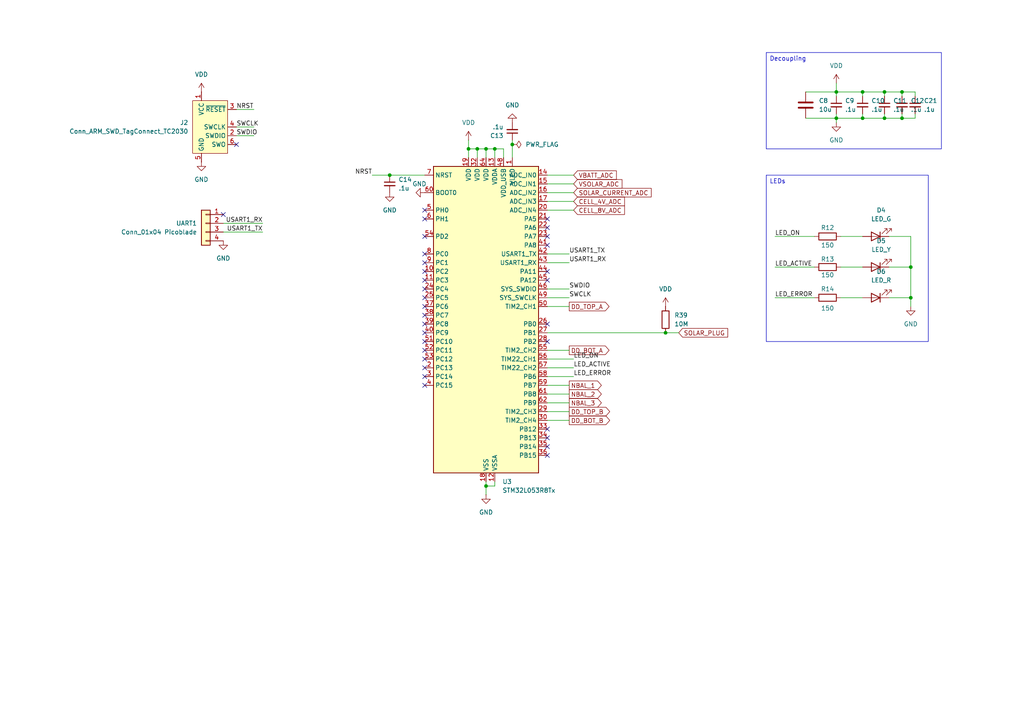
<source format=kicad_sch>
(kicad_sch (version 20231120) (generator "eeschema") (generator_version "8.0")
  (paper "A4")
  (lib_symbols
    (symbol "Connector:Conn_ARM_SWD_TagConnect_TC2030" (in_bom no)
      (property "Reference" "J" (at 2.54 11.43 0))
      (property "Value" "Conn_ARM_SWD_TagConnect_TC2030" (at 5.08 8.89 0))
      (symbol "Conn_ARM_SWD_TagConnect_TC2030_0_0"
        (pin power_in line (at -2.54 10.16 270) (length 2.54) (name "VCC") (number "1"))
        (pin bidirectional line (at 7.62 -2.54 180) (length 2.54) (name "SWDIO") (number "2"))
        (pin open_collector line (at 7.62 5.08 180) (length 2.54) (name "~{RESET}") (number "3"))
        (pin output line (at 7.62 0 180) (length 2.54) (name "SWCLK") (number "4"))
        (pin power_in line (at -2.54 -10.16 90) (length 2.54) (name "GND") (number "5"))
        (pin input line (at 7.62 -5.08 180) (length 2.54) (name "SWO") (number "6"))
      )
      (symbol "Conn_ARM_SWD_TagConnect_TC2030_0_1"
        (rectangle (start -5.08 7.62) (end 5.08 -7.62) (fill (type background)))
      )
    )
    (symbol "Connector_Generic:Conn_01x04" (pin_names (offset 1.016) hide)
      (property "Reference" "J" (at 0 5.08 0))
      (property "Value" "Conn_01x04" (at 0 -7.62 0))
      (symbol "Conn_01x04_1_1"
        (rectangle (start -1.27 -4.953) (end 0 -5.207) (stroke (width 0.1524)))
        (rectangle (start -1.27 -2.413) (end 0 -2.667) (stroke (width 0.1524)))
        (rectangle (start -1.27 0.127) (end 0 -0.127) (stroke (width 0.1524)))
        (rectangle (start -1.27 2.667) (end 0 2.413) (stroke (width 0.1524)))
        (rectangle (start -1.27 3.81) (end 1.27 -6.35) (stroke (width 0.254)) (fill (type background)))
        (pin passive line (at -5.08 2.54 0) (length 3.81) (name "Pin_1") (number "1"))
        (pin passive line (at -5.08 0 0) (length 3.81) (name "Pin_2") (number "2"))
        (pin passive line (at -5.08 -2.54 0) (length 3.81) (name "Pin_3") (number "3"))
        (pin passive line (at -5.08 -5.08 0) (length 3.81) (name "Pin_4") (number "4"))
      )
    )
    (symbol "Device:C" (pin_numbers hide) (pin_names (offset 0.254))
      (property "Reference" "C" (at 0.635 2.54 0))
      (property "Value" "C" (at 0.635 -2.54 0))
      (symbol "C_0_1"
        (polyline (pts (xy -2.032 -0.762) (xy 2.032 -0.762)) (stroke (width 0.508)))
        (polyline (pts (xy -2.032 0.762) (xy 2.032 0.762)) (stroke (width 0.508)))
      )
      (symbol "C_1_1"
        (pin passive line (at 0 3.81 270) (length 2.794) (name "~") (number "1"))
        (pin passive line (at 0 -3.81 90) (length 2.794) (name "~") (number "2"))
      )
    )
    (symbol "Device:C_Small" (pin_numbers hide) (pin_names (offset 0.254) hide)
      (property "Reference" "C" (at 0.254 1.778 0))
      (property "Value" "C_Small" (at 0.254 -2.032 0))
      (symbol "C_Small_0_1"
        (polyline (pts (xy -1.524 -0.508) (xy 1.524 -0.508)) (stroke (width 0.3302)))
        (polyline (pts (xy -1.524 0.508) (xy 1.524 0.508)) (stroke (width 0.3048)))
      )
      (symbol "C_Small_1_1"
        (pin passive line (at 0 2.54 270) (length 2.032) (name "~") (number "1"))
        (pin passive line (at 0 -2.54 90) (length 2.032) (name "~") (number "2"))
      )
    )
    (symbol "Device:LED" (pin_numbers hide) (pin_names (offset 1.016) hide)
      (property "Reference" "D" (at 0 2.54 0))
      (property "Value" "LED" (at 0 -2.54 0))
      (symbol "LED_0_1"
        (polyline (pts (xy -1.27 -1.27) (xy -1.27 1.27)) (stroke (width 0.254)))
        (polyline (pts (xy -1.27 0) (xy 1.27 0)))
        (polyline (pts (xy 1.27 -1.27) (xy 1.27 1.27) (xy -1.27 0) (xy 1.27 -1.27)) (stroke (width 0.254)))
        (polyline (pts (xy -3.048 -0.762) (xy -4.572 -2.286) (xy -3.81 -2.286) (xy -4.572 -2.286) (xy -4.572 -1.524)))
        (polyline (pts (xy -1.778 -0.762) (xy -3.302 -2.286) (xy -2.54 -2.286) (xy -3.302 -2.286) (xy -3.302 -1.524)))
      )
      (symbol "LED_1_1"
        (pin passive line (at -3.81 0 0) (length 2.54) (name "K") (number "1"))
        (pin passive line (at 3.81 0 180) (length 2.54) (name "A") (number "2"))
      )
    )
    (symbol "Device:R" (pin_numbers hide) (pin_names (offset 0))
      (property "Reference" "R" (at 2.032 0 90))
      (property "Value" "R" (at 0 0 90))
      (symbol "R_0_1"
        (rectangle (start -1.016 -2.54) (end 1.016 2.54) (stroke (width 0.254)))
      )
      (symbol "R_1_1"
        (pin passive line (at 0 3.81 270) (length 1.27) (name "~") (number "1"))
        (pin passive line (at 0 -3.81 90) (length 1.27) (name "~") (number "2"))
      )
    )
    (symbol "MCU_ST_STM32L0:STM32L053R8Tx"
      (property "Reference" "U" (at -15.24 46.99 0))
      (property "Value" "STM32L053R8Tx" (at 10.16 46.99 0))
      (symbol "STM32L053R8Tx_0_1"
        (rectangle (start -15.24 -43.18) (end 15.24 45.72) (stroke (width 0.254)) (fill (type background)))
      )
      (symbol "STM32L053R8Tx_1_1"
        (pin power_in line (at 7.62 48.26 270) (length 2.54) (name "VLCD") (number "1"))
        (pin bidirectional line (at -17.78 15.24 0) (length 2.54) (name "PC2") (number "10"))
        (pin bidirectional line (at -17.78 12.7 0) (length 2.54) (name "PC3") (number "11"))
        (pin power_in line (at 2.54 -45.72 90) (length 2.54) (name "VSSA") (number "12"))
        (pin power_in line (at 2.54 48.26 270) (length 2.54) (name "VDDA") (number "13"))
        (pin bidirectional line (at 17.78 43.18 180) (length 2.54) (name "PA0") (number "14") (alternate "ADC_IN0" bidirectional line) (alternate "TIM2_CH1" bidirectional line))
        (pin bidirectional line (at 17.78 40.64 180) (length 2.54) (name "PA1") (number "15") (alternate "ADC_IN1" bidirectional line) (alternate "TIM2_CH2" bidirectional line))
        (pin bidirectional line (at 17.78 38.1 180) (length 2.54) (name "PA2") (number "16") (alternate "ADC_IN2" bidirectional line) (alternate "TIM2_CH3" bidirectional line))
        (pin bidirectional line (at 17.78 35.56 180) (length 2.54) (name "PA3") (number "17") (alternate "ADC_IN3" bidirectional line) (alternate "TIM2_CH4" bidirectional line))
        (pin power_in line (at 0 -45.72 90) (length 2.54) (name "VSS") (number "18"))
        (pin power_in line (at -5.08 48.26 270) (length 2.54) (name "VDD") (number "19"))
        (pin bidirectional line (at -17.78 -12.7 0) (length 2.54) (name "PC13") (number "2"))
        (pin bidirectional line (at 17.78 33.02 180) (length 2.54) (name "PA4") (number "20") (alternate "ADC_IN4" bidirectional line))
        (pin bidirectional line (at 17.78 30.48 180) (length 2.54) (name "PA5") (number "21") (alternate "TIM2_CH1" bidirectional line))
        (pin bidirectional line (at 17.78 27.94 180) (length 2.54) (name "PA6") (number "22") (alternate "TIM22_CH1" bidirectional line))
        (pin bidirectional line (at 17.78 25.4 180) (length 2.54) (name "PA7") (number "23") (alternate "TIM22_CH2" bidirectional line))
        (pin bidirectional line (at -17.78 10.16 0) (length 2.54) (name "PC4") (number "24"))
        (pin bidirectional line (at -17.78 7.62 0) (length 2.54) (name "PC5") (number "25"))
        (pin bidirectional line (at 17.78 0 180) (length 2.54) (name "PB0") (number "26"))
        (pin bidirectional line (at 17.78 -2.54 180) (length 2.54) (name "PB1") (number "27"))
        (pin bidirectional line (at 17.78 -5.08 180) (length 2.54) (name "PB2") (number "28"))
        (pin bidirectional line (at 17.78 -25.4 180) (length 2.54) (name "PB10") (number "29") (alternate "TIM2_CH3" bidirectional line))
        (pin bidirectional line (at -17.78 -15.24 0) (length 2.54) (name "PC14") (number "3"))
        (pin bidirectional line (at 17.78 -27.94 180) (length 2.54) (name "PB11") (number "30") (alternate "TIM2_CH4" bidirectional line))
        (pin passive line (at 0 -45.72 90) (length 2.54) hide (name "VSS") (number "31"))
        (pin power_in line (at -2.54 48.26 270) (length 2.54) (name "VDD") (number "32"))
        (pin bidirectional line (at 17.78 -30.48 180) (length 2.54) (name "PB12") (number "33"))
        (pin bidirectional line (at 17.78 -33.02 180) (length 2.54) (name "PB13") (number "34"))
        (pin bidirectional line (at 17.78 -35.56 180) (length 2.54) (name "PB14") (number "35"))
        (pin bidirectional line (at 17.78 -38.1 180) (length 2.54) (name "PB15") (number "36"))
        (pin bidirectional line (at -17.78 5.08 0) (length 2.54) (name "PC6") (number "37") (alternate "TIM22_CH1" bidirectional line))
        (pin bidirectional line (at -17.78 2.54 0) (length 2.54) (name "PC7") (number "38") (alternate "TIM22_CH2" bidirectional line))
        (pin bidirectional line (at -17.78 0 0) (length 2.54) (name "PC8") (number "39"))
        (pin bidirectional line (at -17.78 -17.78 0) (length 2.54) (name "PC15") (number "4"))
        (pin bidirectional line (at -17.78 -2.54 0) (length 2.54) (name "PC9") (number "40"))
        (pin bidirectional line (at 17.78 22.86 180) (length 2.54) (name "PA8") (number "41"))
        (pin bidirectional line (at 17.78 20.32 180) (length 2.54) (name "PA9") (number "42") (alternate "USART1_TX" bidirectional line))
        (pin bidirectional line (at 17.78 17.78 180) (length 2.54) (name "PA10") (number "43") (alternate "USART1_RX" bidirectional line))
        (pin bidirectional line (at 17.78 15.24 180) (length 2.54) (name "PA11") (number "44"))
        (pin bidirectional line (at 17.78 12.7 180) (length 2.54) (name "PA12") (number "45"))
        (pin bidirectional line (at 17.78 10.16 180) (length 2.54) (name "PA13") (number "46") (alternate "SYS_SWDIO" bidirectional line))
        (pin passive line (at 0 -45.72 90) (length 2.54) hide (name "VSS") (number "47"))
        (pin power_in line (at 5.08 48.26 270) (length 2.54) (name "VDD_USB") (number "48"))
        (pin bidirectional line (at 17.78 7.62 180) (length 2.54) (name "PA14") (number "49") (alternate "SYS_SWCLK" bidirectional line))
        (pin bidirectional line (at -17.78 33.02 0) (length 2.54) (name "PH0") (number "5"))
        (pin bidirectional line (at 17.78 5.08 180) (length 2.54) (name "PA15") (number "50") (alternate "TIM2_CH1" bidirectional line))
        (pin bidirectional line (at -17.78 -5.08 0) (length 2.54) (name "PC10") (number "51"))
        (pin bidirectional line (at -17.78 -7.62 0) (length 2.54) (name "PC11") (number "52"))
        (pin bidirectional line (at -17.78 -10.16 0) (length 2.54) (name "PC12") (number "53"))
        (pin bidirectional line (at -17.78 25.4 0) (length 2.54) (name "PD2") (number "54"))
        (pin bidirectional line (at 17.78 -7.62 180) (length 2.54) (name "PB3") (number "55") (alternate "TIM2_CH2" bidirectional line))
        (pin bidirectional line (at 17.78 -10.16 180) (length 2.54) (name "PB4") (number "56") (alternate "TIM22_CH1" bidirectional line))
        (pin bidirectional line (at 17.78 -12.7 180) (length 2.54) (name "PB5") (number "57") (alternate "TIM22_CH2" bidirectional line))
        (pin bidirectional line (at 17.78 -15.24 180) (length 2.54) (name "PB6") (number "58") (alternate "USART1_TX" bidirectional line))
        (pin bidirectional line (at 17.78 -17.78 180) (length 2.54) (name "PB7") (number "59") (alternate "USART1_RX" bidirectional line))
        (pin bidirectional line (at -17.78 30.48 0) (length 2.54) (name "PH1") (number "6"))
        (pin input line (at -17.78 38.1 0) (length 2.54) (name "BOOT0") (number "60"))
        (pin bidirectional line (at 17.78 -20.32 180) (length 2.54) (name "PB8") (number "61"))
        (pin bidirectional line (at 17.78 -22.86 180) (length 2.54) (name "PB9") (number "62"))
        (pin passive line (at 0 -45.72 90) (length 2.54) hide (name "VSS") (number "63"))
        (pin power_in line (at 0 48.26 270) (length 2.54) (name "VDD") (number "64"))
        (pin input line (at -17.78 43.18 0) (length 2.54) (name "NRST") (number "7"))
        (pin bidirectional line (at -17.78 20.32 0) (length 2.54) (name "PC0") (number "8"))
        (pin bidirectional line (at -17.78 17.78 0) (length 2.54) (name "PC1") (number "9"))
      )
    )
    (symbol "power:GND" (power) (pin_numbers hide) (pin_names (offset 0) hide)
      (property "Value" "GND" (at 0 -3.81 0))
      (symbol "GND_0_1"
        (polyline (pts (xy 0 0) (xy 0 -1.27) (xy 1.27 -1.27) (xy 0 -2.54) (xy -1.27 -1.27) (xy 0 -1.27)))
      )
      (symbol "GND_1_1"
        (pin power_in line (at 0 0 270) (length 0) (name "~") (number "1"))
      )
    )
    (symbol "power:PWR_FLAG" (power) (pin_numbers hide) (pin_names (offset 0) hide)
      (property "Value" "PWR_FLAG" (at 0 3.81 0))
      (symbol "PWR_FLAG_0_0"
        (pin power_out line (at 0 0 90) (length 0) (name "~") (number "1"))
      )
      (symbol "PWR_FLAG_0_1"
        (polyline (pts (xy 0 0) (xy 0 1.27) (xy -1.016 1.905) (xy 0 2.54) (xy 1.016 1.905) (xy 0 1.27)))
      )
    )
    (symbol "power:VDD" (power) (pin_numbers hide) (pin_names (offset 0) hide)
      (property "Value" "VDD" (at 0 3.556 0))
      (symbol "VDD_0_1"
        (polyline (pts (xy -0.762 1.27) (xy 0 2.54)))
        (polyline (pts (xy 0 0) (xy 0 2.54)))
        (polyline (pts (xy 0 2.54) (xy 0.762 1.27)))
      )
      (symbol "VDD_1_1"
        (pin power_in line (at 0 0 90) (length 0) (name "~") (number "1"))
      )
    )
  )
  (junction (at 140.97 43.18))
  (junction (at 250.19 34.29))
  (junction (at 242.57 34.29))
  (junction (at 113.03 50.8))
  (junction (at 143.51 43.18))
  (junction (at 261.62 26.67))
  (junction (at 138.43 43.18))
  (junction (at 256.54 26.67))
  (junction (at 256.54 34.29))
  (junction (at 261.62 34.29))
  (junction (at 135.89 43.18))
  (junction (at 242.57 26.67))
  (junction (at 264.16 86.36))
  (junction (at 140.97 140.97))
  (junction (at 264.16 77.47))
  (junction (at 250.19 26.67))
  (junction (at 193.04 96.52))
  (junction (at 148.59 41.91))
  (no_connect (at 123.19 99.06))
  (no_connect (at 123.19 88.9))
  (no_connect (at 158.75 132.08))
  (no_connect (at 158.75 63.5))
  (no_connect (at 64.77 62.23))
  (no_connect (at 158.75 78.74))
  (no_connect (at 68.58 41.91))
  (no_connect (at 158.75 99.06))
  (no_connect (at 158.75 81.28))
  (no_connect (at 123.19 96.52))
  (no_connect (at 123.19 91.44))
  (no_connect (at 158.75 71.12))
  (no_connect (at 158.75 68.58))
  (no_connect (at 123.19 73.66))
  (no_connect (at 123.19 93.98))
  (no_connect (at 123.19 76.2))
  (no_connect (at 123.19 81.28))
  (no_connect (at 123.19 106.68))
  (no_connect (at 123.19 111.76))
  (no_connect (at 123.19 101.6))
  (no_connect (at 123.19 83.82))
  (no_connect (at 123.19 68.58))
  (no_connect (at 158.75 127))
  (no_connect (at 158.75 124.46))
  (no_connect (at 123.19 86.36))
  (no_connect (at 158.75 93.98))
  (no_connect (at 123.19 104.14))
  (no_connect (at 123.19 63.5))
  (no_connect (at 123.19 78.74))
  (no_connect (at 158.75 129.54))
  (no_connect (at 158.75 66.04))
  (no_connect (at 123.19 60.96))
  (no_connect (at 123.19 109.22))
  (wire (pts (xy 146.05 45.72) (xy 146.05 43.18)))
  (wire (pts (xy 224.79 68.58) (xy 236.22 68.58)))
  (wire (pts (xy 146.05 43.18) (xy 143.51 43.18)))
  (wire (pts (xy 261.62 26.67) (xy 261.62 27.94)))
  (wire (pts (xy 242.57 26.67) (xy 242.57 27.94)))
  (wire (pts (xy 158.75 96.52) (xy 193.04 96.52)))
  (wire (pts (xy 165.1 121.92) (xy 158.75 121.92)))
  (wire (pts (xy 242.57 34.29) (xy 250.19 34.29)))
  (wire (pts (xy 242.57 34.29) (xy 233.68 34.29)))
  (wire (pts (xy 143.51 140.97) (xy 140.97 140.97)))
  (wire (pts (xy 256.54 34.29) (xy 250.19 34.29)))
  (wire (pts (xy 148.59 40.64) (xy 148.59 41.91)))
  (wire (pts (xy 138.43 43.18) (xy 135.89 43.18)))
  (wire (pts (xy 224.79 77.47) (xy 236.22 77.47)))
  (wire (pts (xy 264.16 88.9) (xy 264.16 86.36)))
  (wire (pts (xy 158.75 111.76) (xy 165.1 111.76)))
  (wire (pts (xy 264.16 77.47) (xy 264.16 68.58)))
  (wire (pts (xy 140.97 140.97) (xy 140.97 139.7)))
  (wire (pts (xy 256.54 34.29) (xy 261.62 34.29)))
  (wire (pts (xy 250.19 26.67) (xy 250.19 27.94)))
  (wire (pts (xy 256.54 26.67) (xy 256.54 27.94)))
  (wire (pts (xy 242.57 26.67) (xy 250.19 26.67)))
  (wire (pts (xy 140.97 143.51) (xy 140.97 140.97)))
  (wire (pts (xy 265.43 26.67) (xy 261.62 26.67)))
  (wire (pts (xy 256.54 33.02) (xy 256.54 34.29)))
  (wire (pts (xy 68.58 39.37) (xy 73.66 39.37)))
  (wire (pts (xy 224.79 86.36) (xy 236.22 86.36)))
  (wire (pts (xy 113.03 50.8) (xy 123.19 50.8)))
  (wire (pts (xy 76.2 64.77) (xy 64.77 64.77)))
  (wire (pts (xy 165.1 76.2) (xy 158.75 76.2)))
  (wire (pts (xy 264.16 86.36) (xy 264.16 77.47)))
  (wire (pts (xy 143.51 45.72) (xy 143.51 43.18)))
  (wire (pts (xy 166.37 50.8) (xy 158.75 50.8)))
  (wire (pts (xy 265.43 27.94) (xy 265.43 26.67)))
  (wire (pts (xy 165.1 88.9) (xy 158.75 88.9)))
  (wire (pts (xy 165.1 83.82) (xy 158.75 83.82)))
  (wire (pts (xy 261.62 34.29) (xy 261.62 33.02)))
  (wire (pts (xy 135.89 40.64) (xy 135.89 43.18)))
  (wire (pts (xy 166.37 55.88) (xy 158.75 55.88)))
  (wire (pts (xy 243.84 86.36) (xy 250.19 86.36)))
  (wire (pts (xy 148.59 41.91) (xy 148.59 45.72)))
  (wire (pts (xy 165.1 101.6) (xy 158.75 101.6)))
  (wire (pts (xy 135.89 43.18) (xy 135.89 45.72)))
  (wire (pts (xy 166.37 53.34) (xy 158.75 53.34)))
  (wire (pts (xy 165.1 73.66) (xy 158.75 73.66)))
  (wire (pts (xy 166.37 58.42) (xy 158.75 58.42)))
  (wire (pts (xy 68.58 36.83) (xy 73.66 36.83)))
  (wire (pts (xy 166.37 60.96) (xy 158.75 60.96)))
  (wire (pts (xy 242.57 33.02) (xy 242.57 34.29)))
  (wire (pts (xy 166.37 104.14) (xy 158.75 104.14)))
  (wire (pts (xy 140.97 45.72) (xy 140.97 43.18)))
  (wire (pts (xy 68.58 31.75) (xy 73.66 31.75)))
  (wire (pts (xy 243.84 68.58) (xy 250.19 68.58)))
  (wire (pts (xy 143.51 43.18) (xy 140.97 43.18)))
  (wire (pts (xy 242.57 24.13) (xy 242.57 26.67)))
  (wire (pts (xy 243.84 77.47) (xy 250.19 77.47)))
  (wire (pts (xy 165.1 119.38) (xy 158.75 119.38)))
  (wire (pts (xy 143.51 139.7) (xy 143.51 140.97)))
  (wire (pts (xy 242.57 35.56) (xy 242.57 34.29)))
  (wire (pts (xy 261.62 34.29) (xy 265.43 34.29)))
  (wire (pts (xy 158.75 116.84) (xy 165.1 116.84)))
  (wire (pts (xy 138.43 45.72) (xy 138.43 43.18)))
  (wire (pts (xy 166.37 106.68) (xy 158.75 106.68)))
  (wire (pts (xy 257.81 86.36) (xy 264.16 86.36)))
  (wire (pts (xy 140.97 43.18) (xy 138.43 43.18)))
  (wire (pts (xy 257.81 77.47) (xy 264.16 77.47)))
  (wire (pts (xy 250.19 26.67) (xy 256.54 26.67)))
  (wire (pts (xy 193.04 96.52) (xy 196.85 96.52)))
  (wire (pts (xy 250.19 34.29) (xy 250.19 33.02)))
  (wire (pts (xy 165.1 86.36) (xy 158.75 86.36)))
  (wire (pts (xy 107.95 50.8) (xy 113.03 50.8)))
  (wire (pts (xy 158.75 114.3) (xy 165.1 114.3)))
  (wire (pts (xy 233.68 26.67) (xy 242.57 26.67)))
  (wire (pts (xy 256.54 26.67) (xy 261.62 26.67)))
  (wire (pts (xy 264.16 68.58) (xy 257.81 68.58)))
  (wire (pts (xy 265.43 34.29) (xy 265.43 33.02)))
  (wire (pts (xy 166.37 109.22) (xy 158.75 109.22)))
  (wire (pts (xy 76.2 67.31) (xy 64.77 67.31)))
  (text_box "Decoupling\n" (at 222.25 15.24 0) (size 50.8 27.94) (effects (font (size 1.27 1.27)) (justify left top)))
  (text_box "LEDs" (at 222.25 50.8 0) (size 46.99 48.26) (effects (font (size 1.27 1.27)) (justify left top)))
  (label "USART1_TX" (at 76.2 67.31 180))
  (label "LED_ON" (at 166.37 104.14 0))
  (label "NRST" (at 68.58 31.75 0))
  (label "SWDIO" (at 165.1 83.82 0))
  (label "USART1_RX" (at 165.1 76.2 0))
  (label "SWCLK" (at 68.58 36.83 0))
  (label "LED_ACTIVE" (at 166.37 106.68 0))
  (label "LED_ERROR" (at 224.79 86.36 0))
  (label "USART1_TX" (at 165.1 73.66 0))
  (label "LED_ON" (at 224.79 68.58 0))
  (label "LED_ERROR" (at 166.37 109.22 0))
  (label "NRST" (at 107.95 50.8 180))
  (label "SWCLK" (at 165.1 86.36 0))
  (label "USART1_RX" (at 76.2 64.77 180))
  (label "SWDIO" (at 68.58 39.37 0))
  (label "LED_ACTIVE" (at 224.79 77.47 0))
  (global_label "DD_BOT_B" (shape output) (at 165.1 121.92 0) (property "Intersheetrefs" "${INTERSHEET_REFS}" (effects (hide yes))))
  (global_label "VBATT_ADC" (shape input) (at 166.37 50.8 0) (property "Intersheetrefs" "${INTERSHEET_REFS}" (effects (hide yes))))
  (global_label "CELL_8V_ADC" (shape input) (at 166.37 60.96 0) (property "Intersheetrefs" "${INTERSHEET_REFS}" (effects (hide yes))))
  (global_label "NBAL_2" (shape output) (at 165.1 114.3 0) (property "Intersheetrefs" "${INTERSHEET_REFS}" (effects (hide yes))))
  (global_label "DD_BOT_A" (shape output) (at 165.1 101.6 0) (property "Intersheetrefs" "${INTERSHEET_REFS}" (effects (hide yes))))
  (global_label "NBAL_3" (shape output) (at 165.1 116.84 0) (property "Intersheetrefs" "${INTERSHEET_REFS}" (effects (hide yes))))
  (global_label "DD_TOP_B" (shape output) (at 165.1 119.38 0) (property "Intersheetrefs" "${INTERSHEET_REFS}" (effects (hide yes))))
  (global_label "CELL_4V_ADC" (shape input) (at 166.37 58.42 0) (property "Intersheetrefs" "${INTERSHEET_REFS}" (effects (hide yes))))
  (global_label "VSOLAR_ADC" (shape input) (at 166.37 53.34 0) (property "Intersheetrefs" "${INTERSHEET_REFS}" (effects (hide yes))))
  (global_label "SOLAR_PLUG" (shape input) (at 196.85 96.52 0) (property "Intersheetrefs" "${INTERSHEET_REFS}" (effects (hide yes))))
  (global_label "NBAL_1" (shape output) (at 165.1 111.76 0) (property "Intersheetrefs" "${INTERSHEET_REFS}" (effects (hide yes))))
  (global_label "SOLAR_CURRENT_ADC" (shape input) (at 166.37 55.88 0) (property "Intersheetrefs" "${INTERSHEET_REFS}" (effects (hide yes))))
  (global_label "DD_TOP_A" (shape output) (at 165.1 88.9 0) (property "Intersheetrefs" "${INTERSHEET_REFS}" (effects (hide yes))))
  (symbol (lib_id "Device:C_Small") (at 250.19 30.48 0) (unit 1)
    (property "Reference" "C10" (at 252.73 29.2162 0) (effects (justify left)))
    (property "Value" ".1u" (at 252.73 31.7562 0) (effects (justify left)))
    (property "Footprint" "Capacitor_SMD:C_0603_1608Metric" (effects (hide yes)))
    (property "Description" "Unpolarized capacitor, small symbol" (effects (hide yes)))
    (property "LCSC_Code" "C14663" (effects (hide yes)))
  )
  (symbol (lib_id "power:GND") (at 242.57 35.56 0) (unit 1)
    (property "Reference" "#PWR022" (effects (hide yes)))
    (property "Value" "GND" (at 242.57 40.64 0))
    (property "Description" "Power symbol creates a global label with name \"GND\" , ground" (effects (hide yes)))
  )
  (symbol (lib_id "power:GND") (at 64.77 69.85 0) (mirror y) (unit 1)
    (property "Reference" "#PWR027" (effects (hide yes)))
    (property "Value" "GND" (at 64.77 74.93 0))
    (property "Description" "Power symbol creates a global label with name \"GND\" , ground" (effects (hide yes)))
  )
  (symbol (lib_id "Device:LED") (at 254 86.36 180) (unit 1)
    (property "Reference" "D6" (at 255.5875 78.74 0))
    (property "Value" "LED_R" (at 255.5875 81.28 0))
    (property "Footprint" "LED_SMD:LED_0603_1608Metric" (effects (hide yes)))
    (property "Description" "Light emitting diode" (effects (hide yes)))
    (property "LCSC_Code" "C2286" (effects (hide yes)))
  )
  (symbol (lib_id "power:GND") (at 148.59 35.56 180) (unit 1)
    (property "Reference" "#PWR021" (effects (hide yes)))
    (property "Value" "GND" (at 148.59 30.48 0))
    (property "Description" "Power symbol creates a global label with name \"GND\" , ground" (effects (hide yes)))
  )
  (symbol (lib_id "Connector_Generic:Conn_01x04") (at 59.69 64.77 0) (mirror y) (unit 1)
    (property "Reference" "UART1" (at 57.15 64.7699 0) (effects (justify left)))
    (property "Value" "Conn_01x04 Picoblade" (at 57.15 67.3099 0) (effects (justify left)))
    (property "Footprint" "Connector_Molex:Molex_PicoBlade_53398-0471_1x04-1MP_P1.25mm_Vertical" (effects (hide yes)))
    (property "Description" "Generic connector, single row, 01x04, script generated (kicad-library-utils/schlib/autogen/connector/)" (effects (hide yes)))
    (property "LCSC_Code" "C234195" (effects (hide yes)))
  )
  (symbol (lib_id "power:VDD") (at 242.57 24.13 0) (unit 1)
    (property "Reference" "#PWR019" (effects (hide yes)))
    (property "Value" "VDD" (at 242.57 19.05 0))
    (property "Description" "Power symbol creates a global label with name \"VDD\"" (effects (hide yes)))
  )
  (symbol (lib_id "Device:C") (at 233.68 30.48 0) (unit 1)
    (property "Reference" "C8" (at 237.49 29.2099 0) (effects (justify left)))
    (property "Value" "10u" (at 237.49 31.7499 0) (effects (justify left)))
    (property "Footprint" "Capacitor_SMD:C_1206_3216Metric" (effects (hide yes)))
    (property "Description" "Unpolarized capacitor" (effects (hide yes)))
    (property "LCSC_Code" "C13585" (effects (hide yes)))
  )
  (symbol (lib_id "MCU_ST_STM32L0:STM32L053R8Tx") (at 140.97 93.98 0) (unit 1)
    (property "Reference" "U3" (at 145.7041 139.7 0) (effects (justify left)))
    (property "Value" "STM32L053R8Tx" (at 145.7041 142.24 0) (effects (justify left)))
    (property "Footprint" "Package_QFP:LQFP-64_10x10mm_P0.5mm" (effects (hide yes)))
    (property "Datasheet" "https://www.st.com/resource/en/datasheet/stm32l053r8.pdf" (effects (hide yes)))
    (property "Description" "STMicroelectronics Arm Cortex-M0+ MCU, 64KB flash, 8KB RAM, 32 MHz, 1.65-3.6V, 51 GPIO, LQFP64" (effects (hide yes)))
    (property "LCSC_Code" "C784738" (effects (hide yes)))
    (pin "55" (alternate "TIM2_CH2"))
    (pin "46" (alternate "SYS_SWDIO"))
    (pin "20" (alternate "ADC_IN4"))
    (pin "56" (alternate "TIM22_CH1"))
    (pin "57" (alternate "TIM22_CH2"))
    (pin "50" (alternate "TIM2_CH1"))
    (pin "42" (alternate "USART1_TX"))
    (pin "16" (alternate "ADC_IN2"))
    (pin "49" (alternate "SYS_SWCLK"))
    (pin "17" (alternate "ADC_IN3"))
    (pin "30" (alternate "TIM2_CH4"))
    (pin "43" (alternate "USART1_RX"))
    (pin "29" (alternate "TIM2_CH3"))
    (pin "15" (alternate "ADC_IN1"))
    (pin "14" (alternate "ADC_IN0"))
  )
  (symbol (lib_id "Device:C_Small") (at 256.54 30.48 0) (unit 1)
    (property "Reference" "C11" (at 259.08 29.2162 0) (effects (justify left)))
    (property "Value" ".1u" (at 259.08 31.7562 0) (effects (justify left)))
    (property "Footprint" "Capacitor_SMD:C_0603_1608Metric" (effects (hide yes)))
    (property "Description" "Unpolarized capacitor, small symbol" (effects (hide yes)))
    (property "LCSC_Code" "C14663" (effects (hide yes)))
  )
  (symbol (lib_id "power:VDD") (at 135.89 40.64 0) (unit 1)
    (property "Reference" "#PWR023" (effects (hide yes)))
    (property "Value" "VDD" (at 135.89 35.56 0))
    (property "Description" "Power symbol creates a global label with name \"VDD\"" (effects (hide yes)))
  )
  (symbol (lib_id "Device:C_Small") (at 113.03 53.34 0) (unit 1)
    (property "Reference" "C14" (at 115.57 52.0762 0) (effects (justify left)))
    (property "Value" ".1u" (at 115.57 54.6162 0) (effects (justify left)))
    (property "Footprint" "Capacitor_SMD:C_0603_1608Metric" (effects (hide yes)))
    (property "Description" "Unpolarized capacitor, small symbol" (effects (hide yes)))
    (property "LCSC_Code" "C14663" (effects (hide yes)))
  )
  (symbol (lib_id "Device:C_Small") (at 242.57 30.48 0) (unit 1)
    (property "Reference" "C9" (at 245.11 29.2162 0) (effects (justify left)))
    (property "Value" ".1u" (at 245.11 31.7562 0) (effects (justify left)))
    (property "Footprint" "Capacitor_SMD:C_0603_1608Metric" (effects (hide yes)))
    (property "Description" "Unpolarized capacitor, small symbol" (effects (hide yes)))
    (property "LCSC_Code" "C14663" (effects (hide yes)))
  )
  (symbol (lib_id "Device:LED") (at 254 68.58 180) (unit 1)
    (property "Reference" "D4" (at 255.5875 60.96 0))
    (property "Value" "LED_G" (at 255.5875 63.5 0))
    (property "Footprint" "LED_SMD:LED_0603_1608Metric" (effects (hide yes)))
    (property "Description" "Light emitting diode" (effects (hide yes)))
    (property "LCSC_Code" "C12624" (effects (hide yes)))
  )
  (symbol (lib_id "Device:C_Small") (at 261.62 30.48 0) (unit 1)
    (property "Reference" "C12" (at 264.16 29.2162 0) (effects (justify left)))
    (property "Value" ".1u" (at 264.16 31.7562 0) (effects (justify left)))
    (property "Footprint" "Capacitor_SMD:C_0603_1608Metric" (effects (hide yes)))
    (property "Description" "Unpolarized capacitor, small symbol" (effects (hide yes)))
    (property "LCSC_Code" "C14663" (effects (hide yes)))
  )
  (symbol (lib_id "power:VDD") (at 58.42 26.67 0) (unit 1)
    (property "Reference" "#PWR020" (effects (hide yes)))
    (property "Value" "VDD" (at 58.42 21.59 0))
    (property "Description" "Power symbol creates a global label with name \"VDD\"" (effects (hide yes)))
  )
  (symbol (lib_id "Device:R") (at 193.04 92.71 0) (unit 1)
    (property "Reference" "R39" (at 195.58 91.4399 0) (effects (justify left)))
    (property "Value" "10M" (at 195.58 93.9799 0) (effects (justify left)))
    (property "Footprint" "Resistor_SMD:R_0402_1005Metric" (effects (hide yes)))
    (property "Description" "Resistor" (effects (hide yes)))
  )
  (symbol (lib_id "power:PWR_FLAG") (at 148.59 41.91 270) (unit 1)
    (property "Reference" "#FLG04" (effects (hide yes)))
    (property "Value" "PWR_FLAG" (at 152.4 41.9099 90) (effects (justify left)))
    (property "Description" "Special symbol for telling ERC where power comes from" (effects (hide yes)))
  )
  (symbol (lib_id "power:VDD") (at 193.04 88.9 0) (unit 1)
    (property "Reference" "#PWR053" (effects (hide yes)))
    (property "Value" "VDD" (at 193.04 83.82 0))
    (property "Description" "Power symbol creates a global label with name \"VDD\"" (effects (hide yes)))
  )
  (symbol (lib_id "power:GND") (at 264.16 88.9 0) (unit 1)
    (property "Reference" "#PWR028" (effects (hide yes)))
    (property "Value" "GND" (at 264.16 93.98 0))
    (property "Description" "Power symbol creates a global label with name \"GND\" , ground" (effects (hide yes)))
  )
  (symbol (lib_id "Device:C_Small") (at 148.59 38.1 180) (unit 1)
    (property "Reference" "C13" (at 146.05 39.3638 0) (effects (justify left)))
    (property "Value" ".1u" (at 146.05 36.8238 0) (effects (justify left)))
    (property "Footprint" "Capacitor_SMD:C_0603_1608Metric" (effects (hide yes)))
    (property "Description" "Unpolarized capacitor, small symbol" (effects (hide yes)))
    (property "LCSC_Code" "C14663" (effects (hide yes)))
  )
  (symbol (lib_id "power:GND") (at 113.03 55.88 0) (unit 1)
    (property "Reference" "#PWR025" (effects (hide yes)))
    (property "Value" "GND" (at 113.03 60.96 0))
    (property "Description" "Power symbol creates a global label with name \"GND\" , ground" (effects (hide yes)))
  )
  (symbol (lib_id "Device:LED") (at 254 77.47 180) (unit 1)
    (property "Reference" "D5" (at 255.5875 69.85 0))
    (property "Value" "LED_Y" (at 255.5875 72.39 0))
    (property "Footprint" "LED_SMD:LED_0603_1608Metric" (effects (hide yes)))
    (property "Description" "Light emitting diode" (effects (hide yes)))
    (property "LCSC_Code" "C2287" (effects (hide yes)))
  )
  (symbol (lib_id "power:GND") (at 58.42 46.99 0) (unit 1)
    (property "Reference" "#PWR024" (effects (hide yes)))
    (property "Value" "GND" (at 58.42 52.07 0))
    (property "Description" "Power symbol creates a global label with name \"GND\" , ground" (effects (hide yes)))
  )
  (symbol (lib_id "power:GND") (at 140.97 143.51 0) (unit 1)
    (property "Reference" "#PWR029" (effects (hide yes)))
    (property "Value" "GND" (at 140.97 148.59 0))
    (property "Description" "Power symbol creates a global label with name \"GND\" , ground" (effects (hide yes)))
  )
  (symbol (lib_id "Connector:Conn_ARM_SWD_TagConnect_TC2030") (at 60.96 36.83 0) (unit 1) (in_bom no)
    (property "Reference" "J2" (at 54.61 35.5599 0) (effects (justify right)))
    (property "Value" "Conn_ARM_SWD_TagConnect_TC2030" (at 54.61 38.0999 0) (effects (justify right)))
    (property "Footprint" "Connector:Tag-Connect_TC2030-IDC-FP_2x03_P1.27mm_Vertical" (effects (hide yes)))
    (property "Datasheet" "https://www.tag-connect.com/wp-content/uploads/bsk-pdf-manager/TC2030-CTX_1.pdf" (effects (hide yes)))
    (property "Description" "Tag-Connect ARM Cortex SWD JTAG connector, 6 pin" (effects (hide yes)))
  )
  (symbol (lib_id "Device:R") (at 240.03 86.36 90) (unit 1)
    (property "Reference" "R14" (at 240.03 83.82 90))
    (property "Value" "150" (at 240.03 89.408 90))
    (property "Footprint" "Resistor_SMD:R_0603_1608Metric" (effects (hide yes)))
    (property "Description" "Resistor" (effects (hide yes)))
    (property "LCSC_Code" "C22808" (effects (hide yes)))
  )
  (symbol (lib_id "Device:C_Small") (at 265.43 30.48 0) (unit 1)
    (property "Reference" "C21" (at 267.97 29.2162 0) (effects (justify left)))
    (property "Value" ".1u" (at 267.97 31.7562 0) (effects (justify left)))
    (property "Footprint" "Capacitor_SMD:C_0603_1608Metric" (effects (hide yes)))
    (property "Description" "Unpolarized capacitor, small symbol" (effects (hide yes)))
    (property "LCSC_Code" "C14663" (effects (hide yes)))
  )
  (symbol (lib_id "power:GND") (at 123.19 55.88 270) (unit 1)
    (property "Reference" "#PWR026" (effects (hide yes)))
    (property "Value" "GND" (at 123.698 53.34 90) (effects (justify right)))
    (property "Description" "Power symbol creates a global label with name \"GND\" , ground" (effects (hide yes)))
  )
  (symbol (lib_id "Device:R") (at 240.03 68.58 90) (unit 1)
    (property "Reference" "R12" (at 240.03 66.04 90))
    (property "Value" "150" (at 240.03 71.12 90))
    (property "Footprint" "Resistor_SMD:R_0603_1608Metric" (effects (hide yes)))
    (property "Description" "Resistor" (effects (hide yes)))
    (property "LCSC_Code" "C22808" (effects (hide yes)))
  )
  (symbol (lib_id "Device:R") (at 240.03 77.47 90) (unit 1)
    (property "Reference" "R13" (at 240.03 75.184 90))
    (property "Value" "150" (at 240.03 79.756 90))
    (property "Footprint" "Resistor_SMD:R_0603_1608Metric" (effects (hide yes)))
    (property "Description" "Resistor" (effects (hide yes)))
    (property "LCSC_Code" "C22808" (effects (hide yes)))
  )
)
</source>
